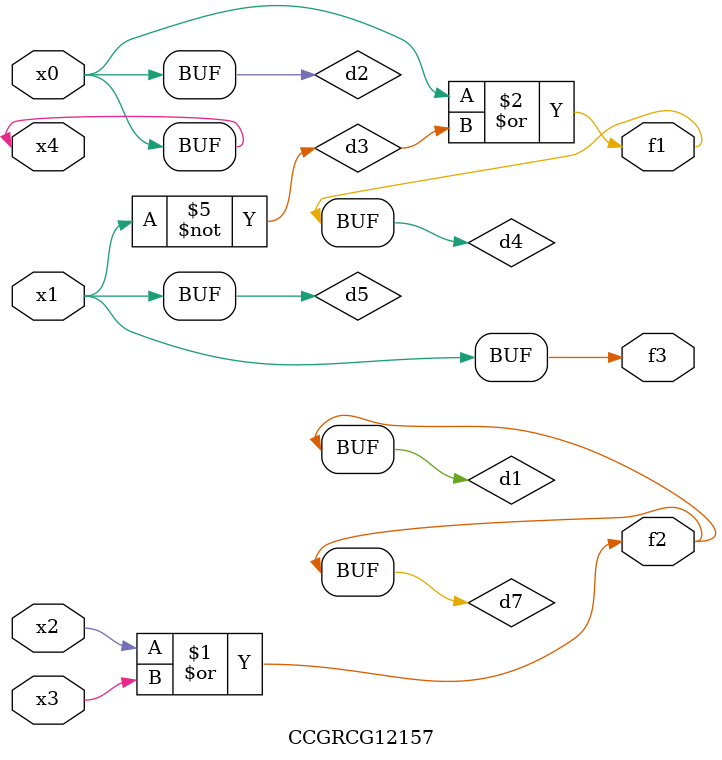
<source format=v>
module CCGRCG12157(
	input x0, x1, x2, x3, x4,
	output f1, f2, f3
);

	wire d1, d2, d3, d4, d5, d6, d7;

	or (d1, x2, x3);
	buf (d2, x0, x4);
	not (d3, x1);
	or (d4, d2, d3);
	not (d5, d3);
	nand (d6, d1, d3);
	or (d7, d1);
	assign f1 = d4;
	assign f2 = d7;
	assign f3 = d5;
endmodule

</source>
